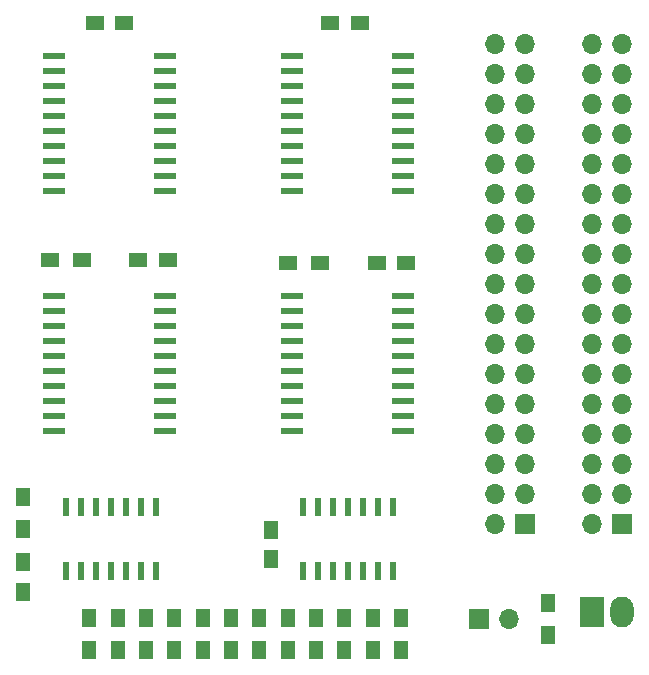
<source format=gbs>
%TF.GenerationSoftware,KiCad,Pcbnew,5.1.10*%
%TF.CreationDate,2021-12-20T17:42:05+01:00*%
%TF.ProjectId,afterglow_pico,61667465-7267-46c6-9f77-5f7069636f2e,rev?*%
%TF.SameCoordinates,Original*%
%TF.FileFunction,Soldermask,Bot*%
%TF.FilePolarity,Negative*%
%FSLAX46Y46*%
G04 Gerber Fmt 4.6, Leading zero omitted, Abs format (unit mm)*
G04 Created by KiCad (PCBNEW 5.1.10) date 2021-12-20 17:42:05*
%MOMM*%
%LPD*%
G01*
G04 APERTURE LIST*
%ADD10R,1.700000X1.700000*%
%ADD11O,1.700000X1.700000*%
%ADD12R,1.300000X1.500000*%
%ADD13R,1.500000X1.300000*%
%ADD14R,0.600000X1.500000*%
%ADD15R,1.250000X1.500000*%
%ADD16R,1.950000X0.600000*%
%ADD17R,2.000000X2.600000*%
%ADD18O,2.000000X2.600000*%
%ADD19R,1.500000X1.250000*%
G04 APERTURE END LIST*
D10*
%TO.C,TEST*%
X209400000Y-117400000D03*
D11*
X211940000Y-117400000D03*
%TD*%
D12*
%TO.C,R16*%
X170800000Y-109750000D03*
X170800000Y-107050000D03*
%TD*%
D13*
%TO.C,R2*%
X195950000Y-87200000D03*
X193250000Y-87200000D03*
%TD*%
D14*
%TO.C,U2*%
X174390000Y-113300000D03*
X175660000Y-113300000D03*
X176930000Y-113300000D03*
X178200000Y-113300000D03*
X179470000Y-113300000D03*
X180740000Y-113300000D03*
X182010000Y-113300000D03*
X182010000Y-107900000D03*
X180740000Y-107900000D03*
X179470000Y-107900000D03*
X178200000Y-107900000D03*
X176930000Y-107900000D03*
X175660000Y-107900000D03*
X174390000Y-107900000D03*
%TD*%
D12*
%TO.C,R15*%
X178800000Y-117300000D03*
X178800000Y-120000000D03*
%TD*%
%TO.C,R14*%
X181200000Y-117300000D03*
X181200000Y-120000000D03*
%TD*%
%TO.C,R13*%
X183600000Y-117300000D03*
X183600000Y-120000000D03*
%TD*%
%TO.C,R12*%
X186000000Y-117300000D03*
X186000000Y-120000000D03*
%TD*%
%TO.C,R11*%
X188400000Y-117300000D03*
X188400000Y-120000000D03*
%TD*%
%TO.C,R10*%
X193200000Y-120000000D03*
X193200000Y-117300000D03*
%TD*%
%TO.C,R9*%
X195600000Y-120000000D03*
X195600000Y-117300000D03*
%TD*%
%TO.C,R8*%
X198000000Y-120000000D03*
X198000000Y-117300000D03*
%TD*%
%TO.C,R7*%
X200400000Y-120000000D03*
X200400000Y-117300000D03*
%TD*%
%TO.C,R6*%
X202800000Y-120000000D03*
X202800000Y-117300000D03*
%TD*%
D13*
%TO.C,R5*%
X175750000Y-87000000D03*
X173050000Y-87000000D03*
%TD*%
D12*
%TO.C,R4*%
X176400000Y-117300000D03*
X176400000Y-120000000D03*
%TD*%
%TO.C,R3*%
X215200000Y-116050000D03*
X215200000Y-118750000D03*
%TD*%
D15*
%TO.C,C8*%
X170800000Y-112550000D03*
X170800000Y-115050000D03*
%TD*%
%TO.C,C7*%
X191800000Y-109800000D03*
X191800000Y-112300000D03*
%TD*%
D16*
%TO.C,U7*%
X182800000Y-89985000D03*
X182800000Y-91255000D03*
X182800000Y-92525000D03*
X182800000Y-93795000D03*
X182800000Y-95065000D03*
X182800000Y-96335000D03*
X182800000Y-97605000D03*
X182800000Y-98875000D03*
X182800000Y-100145000D03*
X182800000Y-101415000D03*
X173400000Y-101415000D03*
X173400000Y-100145000D03*
X173400000Y-98875000D03*
X173400000Y-97605000D03*
X173400000Y-96335000D03*
X173400000Y-95065000D03*
X173400000Y-93795000D03*
X173400000Y-92525000D03*
X173400000Y-91255000D03*
X173400000Y-89985000D03*
%TD*%
%TO.C,U6*%
X182800000Y-69685000D03*
X182800000Y-70955000D03*
X182800000Y-72225000D03*
X182800000Y-73495000D03*
X182800000Y-74765000D03*
X182800000Y-76035000D03*
X182800000Y-77305000D03*
X182800000Y-78575000D03*
X182800000Y-79845000D03*
X182800000Y-81115000D03*
X173400000Y-81115000D03*
X173400000Y-79845000D03*
X173400000Y-78575000D03*
X173400000Y-77305000D03*
X173400000Y-76035000D03*
X173400000Y-74765000D03*
X173400000Y-73495000D03*
X173400000Y-72225000D03*
X173400000Y-70955000D03*
X173400000Y-69685000D03*
%TD*%
%TO.C,U4*%
X193600000Y-89985000D03*
X193600000Y-91255000D03*
X193600000Y-92525000D03*
X193600000Y-93795000D03*
X193600000Y-95065000D03*
X193600000Y-96335000D03*
X193600000Y-97605000D03*
X193600000Y-98875000D03*
X193600000Y-100145000D03*
X193600000Y-101415000D03*
X203000000Y-101415000D03*
X203000000Y-100145000D03*
X203000000Y-98875000D03*
X203000000Y-97605000D03*
X203000000Y-96335000D03*
X203000000Y-95065000D03*
X203000000Y-93795000D03*
X203000000Y-92525000D03*
X203000000Y-91255000D03*
X203000000Y-89985000D03*
%TD*%
%TO.C,U3*%
X193600000Y-69685000D03*
X193600000Y-70955000D03*
X193600000Y-72225000D03*
X193600000Y-73495000D03*
X193600000Y-74765000D03*
X193600000Y-76035000D03*
X193600000Y-77305000D03*
X193600000Y-78575000D03*
X193600000Y-79845000D03*
X193600000Y-81115000D03*
X203000000Y-81115000D03*
X203000000Y-79845000D03*
X203000000Y-78575000D03*
X203000000Y-77305000D03*
X203000000Y-76035000D03*
X203000000Y-74765000D03*
X203000000Y-73495000D03*
X203000000Y-72225000D03*
X203000000Y-70955000D03*
X203000000Y-69685000D03*
%TD*%
D14*
%TO.C,U1*%
X194490000Y-113300000D03*
X195760000Y-113300000D03*
X197030000Y-113300000D03*
X198300000Y-113300000D03*
X199570000Y-113300000D03*
X200840000Y-113300000D03*
X202110000Y-113300000D03*
X202110000Y-107900000D03*
X200840000Y-107900000D03*
X199570000Y-107900000D03*
X198300000Y-107900000D03*
X197030000Y-107900000D03*
X195760000Y-107900000D03*
X194490000Y-107900000D03*
%TD*%
D12*
%TO.C,R1*%
X190800000Y-120000000D03*
X190800000Y-117300000D03*
%TD*%
D17*
%TO.C,+ 5V -*%
X218960000Y-116800000D03*
D18*
X221500000Y-116800000D03*
%TD*%
D11*
%TO.C,J2*%
X210710000Y-68700000D03*
X213250000Y-68700000D03*
X210710000Y-71240000D03*
X213250000Y-71240000D03*
X210710000Y-73780000D03*
X213250000Y-73780000D03*
X210710000Y-76320000D03*
X213250000Y-76320000D03*
X210710000Y-78860000D03*
X213250000Y-78860000D03*
X210710000Y-81400000D03*
X213250000Y-81400000D03*
X210710000Y-83940000D03*
X213250000Y-83940000D03*
X210710000Y-86480000D03*
X213250000Y-86480000D03*
X210710000Y-89020000D03*
X213250000Y-89020000D03*
X210710000Y-91560000D03*
X213250000Y-91560000D03*
X210710000Y-94100000D03*
X213250000Y-94100000D03*
X210710000Y-96640000D03*
X213250000Y-96640000D03*
X210710000Y-99180000D03*
X213250000Y-99180000D03*
X210710000Y-101720000D03*
X213250000Y-101720000D03*
X210710000Y-104260000D03*
X213250000Y-104260000D03*
X210710000Y-106800000D03*
X213250000Y-106800000D03*
X210710000Y-109340000D03*
D10*
X213250000Y-109340000D03*
%TD*%
D11*
%TO.C,J1*%
X218960000Y-68660000D03*
X221500000Y-68660000D03*
X218960000Y-71200000D03*
X221500000Y-71200000D03*
X218960000Y-73740000D03*
X221500000Y-73740000D03*
X218960000Y-76280000D03*
X221500000Y-76280000D03*
X218960000Y-78820000D03*
X221500000Y-78820000D03*
X218960000Y-81360000D03*
X221500000Y-81360000D03*
X218960000Y-83900000D03*
X221500000Y-83900000D03*
X218960000Y-86440000D03*
X221500000Y-86440000D03*
X218960000Y-88980000D03*
X221500000Y-88980000D03*
X218960000Y-91520000D03*
X221500000Y-91520000D03*
X218960000Y-94060000D03*
X221500000Y-94060000D03*
X218960000Y-96600000D03*
X221500000Y-96600000D03*
X218960000Y-99140000D03*
X221500000Y-99140000D03*
X218960000Y-101680000D03*
X221500000Y-101680000D03*
X218960000Y-104220000D03*
X221500000Y-104220000D03*
X218960000Y-106760000D03*
X221500000Y-106760000D03*
X218960000Y-109300000D03*
D10*
X221500000Y-109300000D03*
%TD*%
D19*
%TO.C,C4*%
X180550000Y-87000000D03*
X183050000Y-87000000D03*
%TD*%
%TO.C,C3*%
X179350000Y-66900000D03*
X176850000Y-66900000D03*
%TD*%
%TO.C,C2*%
X200750000Y-87200000D03*
X203250000Y-87200000D03*
%TD*%
%TO.C,C1*%
X196800000Y-66900000D03*
X199300000Y-66900000D03*
%TD*%
M02*

</source>
